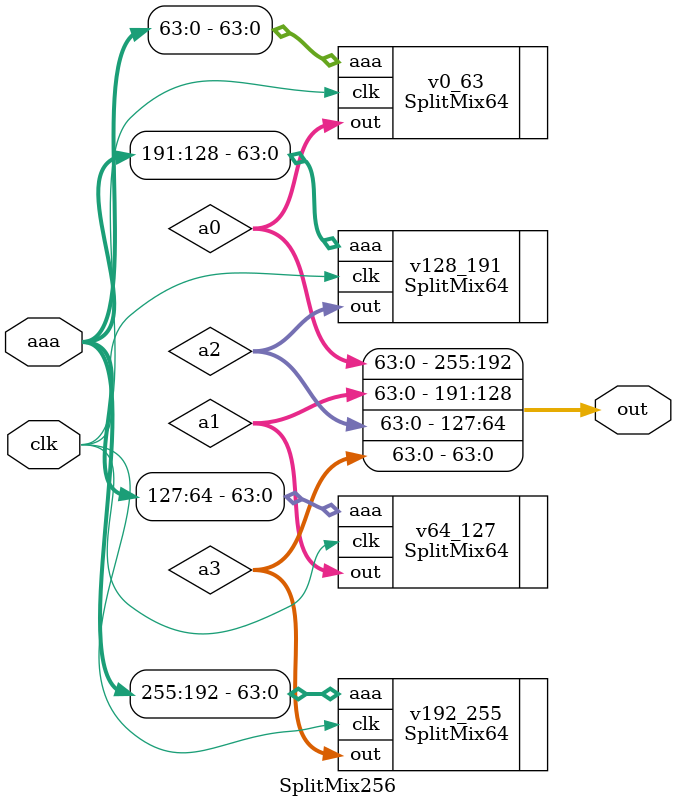
<source format=v>
`timescale 1ns / 1ps
`define dataWidth 256
module SplitMix256(
	input wire [`dataWidth-1:0] aaa,
	input wire clk,
	output wire [`dataWidth-1:0] out
    );
wire [`dataWidth/4-1:0] a0,a1,a2,a3;

assign out = {a0,a1,a2,a3};

SplitMix64 v0_63(
	.aaa( aaa[`dataWidth/4-1:0] ),
	.clk(clk),
	.out(a0)
);

SplitMix64 v64_127(
	.aaa(aaa[`dataWidth/2-1:`dataWidth/4]),
	.clk(clk),
	.out(a1)
);

SplitMix64 v128_191(
	.aaa(aaa[`dataWidth*3/4-1:`dataWidth/2]),
	.clk(clk),
	.out(a2)
);

SplitMix64 v192_255(
	.aaa(aaa[`dataWidth-1:`dataWidth*3/4]),
	.clk(clk),
	.out(a3)
);
endmodule

</source>
